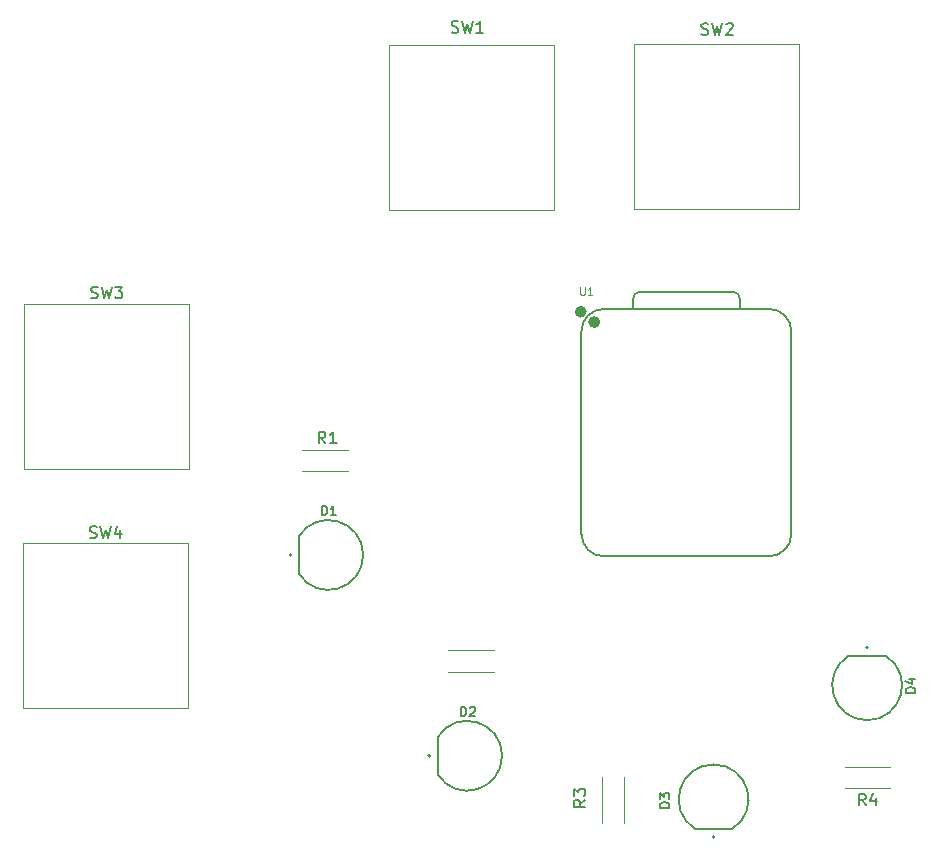
<source format=gbr>
%TF.GenerationSoftware,KiCad,Pcbnew,9.0.3*%
%TF.CreationDate,2025-07-30T12:58:10-07:00*%
%TF.ProjectId,apollo_pcb,61706f6c-6c6f-45f7-9063-622e6b696361,rev?*%
%TF.SameCoordinates,Original*%
%TF.FileFunction,Legend,Top*%
%TF.FilePolarity,Positive*%
%FSLAX46Y46*%
G04 Gerber Fmt 4.6, Leading zero omitted, Abs format (unit mm)*
G04 Created by KiCad (PCBNEW 9.0.3) date 2025-07-30 12:58:10*
%MOMM*%
%LPD*%
G01*
G04 APERTURE LIST*
%ADD10C,0.150000*%
%ADD11C,0.101600*%
%ADD12C,0.120000*%
%ADD13C,0.127000*%
%ADD14C,0.200000*%
%ADD15C,0.100000*%
%ADD16C,0.504000*%
G04 APERTURE END LIST*
D10*
X87486667Y-126033200D02*
X87629524Y-126080819D01*
X87629524Y-126080819D02*
X87867619Y-126080819D01*
X87867619Y-126080819D02*
X87962857Y-126033200D01*
X87962857Y-126033200D02*
X88010476Y-125985580D01*
X88010476Y-125985580D02*
X88058095Y-125890342D01*
X88058095Y-125890342D02*
X88058095Y-125795104D01*
X88058095Y-125795104D02*
X88010476Y-125699866D01*
X88010476Y-125699866D02*
X87962857Y-125652247D01*
X87962857Y-125652247D02*
X87867619Y-125604628D01*
X87867619Y-125604628D02*
X87677143Y-125557009D01*
X87677143Y-125557009D02*
X87581905Y-125509390D01*
X87581905Y-125509390D02*
X87534286Y-125461771D01*
X87534286Y-125461771D02*
X87486667Y-125366533D01*
X87486667Y-125366533D02*
X87486667Y-125271295D01*
X87486667Y-125271295D02*
X87534286Y-125176057D01*
X87534286Y-125176057D02*
X87581905Y-125128438D01*
X87581905Y-125128438D02*
X87677143Y-125080819D01*
X87677143Y-125080819D02*
X87915238Y-125080819D01*
X87915238Y-125080819D02*
X88058095Y-125128438D01*
X88391429Y-125080819D02*
X88629524Y-126080819D01*
X88629524Y-126080819D02*
X88820000Y-125366533D01*
X88820000Y-125366533D02*
X89010476Y-126080819D01*
X89010476Y-126080819D02*
X89248572Y-125080819D01*
X89534286Y-125080819D02*
X90153333Y-125080819D01*
X90153333Y-125080819D02*
X89820000Y-125461771D01*
X89820000Y-125461771D02*
X89962857Y-125461771D01*
X89962857Y-125461771D02*
X90058095Y-125509390D01*
X90058095Y-125509390D02*
X90105714Y-125557009D01*
X90105714Y-125557009D02*
X90153333Y-125652247D01*
X90153333Y-125652247D02*
X90153333Y-125890342D01*
X90153333Y-125890342D02*
X90105714Y-125985580D01*
X90105714Y-125985580D02*
X90058095Y-126033200D01*
X90058095Y-126033200D02*
X89962857Y-126080819D01*
X89962857Y-126080819D02*
X89677143Y-126080819D01*
X89677143Y-126080819D02*
X89581905Y-126033200D01*
X89581905Y-126033200D02*
X89534286Y-125985580D01*
X129354819Y-168526666D02*
X128878628Y-168859999D01*
X129354819Y-169098094D02*
X128354819Y-169098094D01*
X128354819Y-169098094D02*
X128354819Y-168717142D01*
X128354819Y-168717142D02*
X128402438Y-168621904D01*
X128402438Y-168621904D02*
X128450057Y-168574285D01*
X128450057Y-168574285D02*
X128545295Y-168526666D01*
X128545295Y-168526666D02*
X128688152Y-168526666D01*
X128688152Y-168526666D02*
X128783390Y-168574285D01*
X128783390Y-168574285D02*
X128831009Y-168621904D01*
X128831009Y-168621904D02*
X128878628Y-168717142D01*
X128878628Y-168717142D02*
X128878628Y-169098094D01*
X128354819Y-168193332D02*
X128354819Y-167574285D01*
X128354819Y-167574285D02*
X128735771Y-167907618D01*
X128735771Y-167907618D02*
X128735771Y-167764761D01*
X128735771Y-167764761D02*
X128783390Y-167669523D01*
X128783390Y-167669523D02*
X128831009Y-167621904D01*
X128831009Y-167621904D02*
X128926247Y-167574285D01*
X128926247Y-167574285D02*
X129164342Y-167574285D01*
X129164342Y-167574285D02*
X129259580Y-167621904D01*
X129259580Y-167621904D02*
X129307200Y-167669523D01*
X129307200Y-167669523D02*
X129354819Y-167764761D01*
X129354819Y-167764761D02*
X129354819Y-168050475D01*
X129354819Y-168050475D02*
X129307200Y-168145713D01*
X129307200Y-168145713D02*
X129259580Y-168193332D01*
X157270295Y-159460475D02*
X156470295Y-159460475D01*
X156470295Y-159460475D02*
X156470295Y-159269999D01*
X156470295Y-159269999D02*
X156508390Y-159155713D01*
X156508390Y-159155713D02*
X156584580Y-159079523D01*
X156584580Y-159079523D02*
X156660771Y-159041428D01*
X156660771Y-159041428D02*
X156813152Y-159003332D01*
X156813152Y-159003332D02*
X156927438Y-159003332D01*
X156927438Y-159003332D02*
X157079819Y-159041428D01*
X157079819Y-159041428D02*
X157156009Y-159079523D01*
X157156009Y-159079523D02*
X157232200Y-159155713D01*
X157232200Y-159155713D02*
X157270295Y-159269999D01*
X157270295Y-159269999D02*
X157270295Y-159460475D01*
X156736961Y-158317618D02*
X157270295Y-158317618D01*
X156432200Y-158508094D02*
X157003628Y-158698571D01*
X157003628Y-158698571D02*
X157003628Y-158203332D01*
X107333333Y-138354819D02*
X107000000Y-137878628D01*
X106761905Y-138354819D02*
X106761905Y-137354819D01*
X106761905Y-137354819D02*
X107142857Y-137354819D01*
X107142857Y-137354819D02*
X107238095Y-137402438D01*
X107238095Y-137402438D02*
X107285714Y-137450057D01*
X107285714Y-137450057D02*
X107333333Y-137545295D01*
X107333333Y-137545295D02*
X107333333Y-137688152D01*
X107333333Y-137688152D02*
X107285714Y-137783390D01*
X107285714Y-137783390D02*
X107238095Y-137831009D01*
X107238095Y-137831009D02*
X107142857Y-137878628D01*
X107142857Y-137878628D02*
X106761905Y-137878628D01*
X108285714Y-138354819D02*
X107714286Y-138354819D01*
X108000000Y-138354819D02*
X108000000Y-137354819D01*
X108000000Y-137354819D02*
X107904762Y-137497676D01*
X107904762Y-137497676D02*
X107809524Y-137592914D01*
X107809524Y-137592914D02*
X107714286Y-137640533D01*
X118026667Y-103527200D02*
X118169524Y-103574819D01*
X118169524Y-103574819D02*
X118407619Y-103574819D01*
X118407619Y-103574819D02*
X118502857Y-103527200D01*
X118502857Y-103527200D02*
X118550476Y-103479580D01*
X118550476Y-103479580D02*
X118598095Y-103384342D01*
X118598095Y-103384342D02*
X118598095Y-103289104D01*
X118598095Y-103289104D02*
X118550476Y-103193866D01*
X118550476Y-103193866D02*
X118502857Y-103146247D01*
X118502857Y-103146247D02*
X118407619Y-103098628D01*
X118407619Y-103098628D02*
X118217143Y-103051009D01*
X118217143Y-103051009D02*
X118121905Y-103003390D01*
X118121905Y-103003390D02*
X118074286Y-102955771D01*
X118074286Y-102955771D02*
X118026667Y-102860533D01*
X118026667Y-102860533D02*
X118026667Y-102765295D01*
X118026667Y-102765295D02*
X118074286Y-102670057D01*
X118074286Y-102670057D02*
X118121905Y-102622438D01*
X118121905Y-102622438D02*
X118217143Y-102574819D01*
X118217143Y-102574819D02*
X118455238Y-102574819D01*
X118455238Y-102574819D02*
X118598095Y-102622438D01*
X118931429Y-102574819D02*
X119169524Y-103574819D01*
X119169524Y-103574819D02*
X119360000Y-102860533D01*
X119360000Y-102860533D02*
X119550476Y-103574819D01*
X119550476Y-103574819D02*
X119788572Y-102574819D01*
X120693333Y-103574819D02*
X120121905Y-103574819D01*
X120407619Y-103574819D02*
X120407619Y-102574819D01*
X120407619Y-102574819D02*
X120312381Y-102717676D01*
X120312381Y-102717676D02*
X120217143Y-102812914D01*
X120217143Y-102812914D02*
X120121905Y-102860533D01*
X87386667Y-146333200D02*
X87529524Y-146380819D01*
X87529524Y-146380819D02*
X87767619Y-146380819D01*
X87767619Y-146380819D02*
X87862857Y-146333200D01*
X87862857Y-146333200D02*
X87910476Y-146285580D01*
X87910476Y-146285580D02*
X87958095Y-146190342D01*
X87958095Y-146190342D02*
X87958095Y-146095104D01*
X87958095Y-146095104D02*
X87910476Y-145999866D01*
X87910476Y-145999866D02*
X87862857Y-145952247D01*
X87862857Y-145952247D02*
X87767619Y-145904628D01*
X87767619Y-145904628D02*
X87577143Y-145857009D01*
X87577143Y-145857009D02*
X87481905Y-145809390D01*
X87481905Y-145809390D02*
X87434286Y-145761771D01*
X87434286Y-145761771D02*
X87386667Y-145666533D01*
X87386667Y-145666533D02*
X87386667Y-145571295D01*
X87386667Y-145571295D02*
X87434286Y-145476057D01*
X87434286Y-145476057D02*
X87481905Y-145428438D01*
X87481905Y-145428438D02*
X87577143Y-145380819D01*
X87577143Y-145380819D02*
X87815238Y-145380819D01*
X87815238Y-145380819D02*
X87958095Y-145428438D01*
X88291429Y-145380819D02*
X88529524Y-146380819D01*
X88529524Y-146380819D02*
X88720000Y-145666533D01*
X88720000Y-145666533D02*
X88910476Y-146380819D01*
X88910476Y-146380819D02*
X89148572Y-145380819D01*
X89958095Y-145714152D02*
X89958095Y-146380819D01*
X89720000Y-145333200D02*
X89481905Y-146047485D01*
X89481905Y-146047485D02*
X90100952Y-146047485D01*
X136462295Y-169210475D02*
X135662295Y-169210475D01*
X135662295Y-169210475D02*
X135662295Y-169019999D01*
X135662295Y-169019999D02*
X135700390Y-168905713D01*
X135700390Y-168905713D02*
X135776580Y-168829523D01*
X135776580Y-168829523D02*
X135852771Y-168791428D01*
X135852771Y-168791428D02*
X136005152Y-168753332D01*
X136005152Y-168753332D02*
X136119438Y-168753332D01*
X136119438Y-168753332D02*
X136271819Y-168791428D01*
X136271819Y-168791428D02*
X136348009Y-168829523D01*
X136348009Y-168829523D02*
X136424200Y-168905713D01*
X136424200Y-168905713D02*
X136462295Y-169019999D01*
X136462295Y-169019999D02*
X136462295Y-169210475D01*
X135662295Y-168486666D02*
X135662295Y-167991428D01*
X135662295Y-167991428D02*
X135967057Y-168258094D01*
X135967057Y-168258094D02*
X135967057Y-168143809D01*
X135967057Y-168143809D02*
X136005152Y-168067618D01*
X136005152Y-168067618D02*
X136043247Y-168029523D01*
X136043247Y-168029523D02*
X136119438Y-167991428D01*
X136119438Y-167991428D02*
X136309914Y-167991428D01*
X136309914Y-167991428D02*
X136386104Y-168029523D01*
X136386104Y-168029523D02*
X136424200Y-168067618D01*
X136424200Y-168067618D02*
X136462295Y-168143809D01*
X136462295Y-168143809D02*
X136462295Y-168372380D01*
X136462295Y-168372380D02*
X136424200Y-168448571D01*
X136424200Y-168448571D02*
X136386104Y-168486666D01*
X139166667Y-103707200D02*
X139309524Y-103754819D01*
X139309524Y-103754819D02*
X139547619Y-103754819D01*
X139547619Y-103754819D02*
X139642857Y-103707200D01*
X139642857Y-103707200D02*
X139690476Y-103659580D01*
X139690476Y-103659580D02*
X139738095Y-103564342D01*
X139738095Y-103564342D02*
X139738095Y-103469104D01*
X139738095Y-103469104D02*
X139690476Y-103373866D01*
X139690476Y-103373866D02*
X139642857Y-103326247D01*
X139642857Y-103326247D02*
X139547619Y-103278628D01*
X139547619Y-103278628D02*
X139357143Y-103231009D01*
X139357143Y-103231009D02*
X139261905Y-103183390D01*
X139261905Y-103183390D02*
X139214286Y-103135771D01*
X139214286Y-103135771D02*
X139166667Y-103040533D01*
X139166667Y-103040533D02*
X139166667Y-102945295D01*
X139166667Y-102945295D02*
X139214286Y-102850057D01*
X139214286Y-102850057D02*
X139261905Y-102802438D01*
X139261905Y-102802438D02*
X139357143Y-102754819D01*
X139357143Y-102754819D02*
X139595238Y-102754819D01*
X139595238Y-102754819D02*
X139738095Y-102802438D01*
X140071429Y-102754819D02*
X140309524Y-103754819D01*
X140309524Y-103754819D02*
X140500000Y-103040533D01*
X140500000Y-103040533D02*
X140690476Y-103754819D01*
X140690476Y-103754819D02*
X140928572Y-102754819D01*
X141261905Y-102850057D02*
X141309524Y-102802438D01*
X141309524Y-102802438D02*
X141404762Y-102754819D01*
X141404762Y-102754819D02*
X141642857Y-102754819D01*
X141642857Y-102754819D02*
X141738095Y-102802438D01*
X141738095Y-102802438D02*
X141785714Y-102850057D01*
X141785714Y-102850057D02*
X141833333Y-102945295D01*
X141833333Y-102945295D02*
X141833333Y-103040533D01*
X141833333Y-103040533D02*
X141785714Y-103183390D01*
X141785714Y-103183390D02*
X141214286Y-103754819D01*
X141214286Y-103754819D02*
X141833333Y-103754819D01*
X153073333Y-169004819D02*
X152740000Y-168528628D01*
X152501905Y-169004819D02*
X152501905Y-168004819D01*
X152501905Y-168004819D02*
X152882857Y-168004819D01*
X152882857Y-168004819D02*
X152978095Y-168052438D01*
X152978095Y-168052438D02*
X153025714Y-168100057D01*
X153025714Y-168100057D02*
X153073333Y-168195295D01*
X153073333Y-168195295D02*
X153073333Y-168338152D01*
X153073333Y-168338152D02*
X153025714Y-168433390D01*
X153025714Y-168433390D02*
X152978095Y-168481009D01*
X152978095Y-168481009D02*
X152882857Y-168528628D01*
X152882857Y-168528628D02*
X152501905Y-168528628D01*
X153930476Y-168338152D02*
X153930476Y-169004819D01*
X153692381Y-167957200D02*
X153454286Y-168671485D01*
X153454286Y-168671485D02*
X154073333Y-168671485D01*
D11*
X128916190Y-125153479D02*
X128916190Y-125667526D01*
X128916190Y-125667526D02*
X128946428Y-125728002D01*
X128946428Y-125728002D02*
X128976666Y-125758241D01*
X128976666Y-125758241D02*
X129037142Y-125788479D01*
X129037142Y-125788479D02*
X129158095Y-125788479D01*
X129158095Y-125788479D02*
X129218571Y-125758241D01*
X129218571Y-125758241D02*
X129248809Y-125728002D01*
X129248809Y-125728002D02*
X129279047Y-125667526D01*
X129279047Y-125667526D02*
X129279047Y-125153479D01*
X129914047Y-125788479D02*
X129551190Y-125788479D01*
X129732618Y-125788479D02*
X129732618Y-125153479D01*
X129732618Y-125153479D02*
X129672142Y-125244193D01*
X129672142Y-125244193D02*
X129611666Y-125304669D01*
X129611666Y-125304669D02*
X129551190Y-125334907D01*
D10*
X107019524Y-144454295D02*
X107019524Y-143654295D01*
X107019524Y-143654295D02*
X107210000Y-143654295D01*
X107210000Y-143654295D02*
X107324286Y-143692390D01*
X107324286Y-143692390D02*
X107400476Y-143768580D01*
X107400476Y-143768580D02*
X107438571Y-143844771D01*
X107438571Y-143844771D02*
X107476667Y-143997152D01*
X107476667Y-143997152D02*
X107476667Y-144111438D01*
X107476667Y-144111438D02*
X107438571Y-144263819D01*
X107438571Y-144263819D02*
X107400476Y-144340009D01*
X107400476Y-144340009D02*
X107324286Y-144416200D01*
X107324286Y-144416200D02*
X107210000Y-144454295D01*
X107210000Y-144454295D02*
X107019524Y-144454295D01*
X108238571Y-144454295D02*
X107781428Y-144454295D01*
X108010000Y-144454295D02*
X108010000Y-143654295D01*
X108010000Y-143654295D02*
X107933809Y-143768580D01*
X107933809Y-143768580D02*
X107857619Y-143844771D01*
X107857619Y-143844771D02*
X107781428Y-143882866D01*
X118779524Y-161454295D02*
X118779524Y-160654295D01*
X118779524Y-160654295D02*
X118970000Y-160654295D01*
X118970000Y-160654295D02*
X119084286Y-160692390D01*
X119084286Y-160692390D02*
X119160476Y-160768580D01*
X119160476Y-160768580D02*
X119198571Y-160844771D01*
X119198571Y-160844771D02*
X119236667Y-160997152D01*
X119236667Y-160997152D02*
X119236667Y-161111438D01*
X119236667Y-161111438D02*
X119198571Y-161263819D01*
X119198571Y-161263819D02*
X119160476Y-161340009D01*
X119160476Y-161340009D02*
X119084286Y-161416200D01*
X119084286Y-161416200D02*
X118970000Y-161454295D01*
X118970000Y-161454295D02*
X118779524Y-161454295D01*
X119541428Y-160730485D02*
X119579524Y-160692390D01*
X119579524Y-160692390D02*
X119655714Y-160654295D01*
X119655714Y-160654295D02*
X119846190Y-160654295D01*
X119846190Y-160654295D02*
X119922381Y-160692390D01*
X119922381Y-160692390D02*
X119960476Y-160730485D01*
X119960476Y-160730485D02*
X119998571Y-160806676D01*
X119998571Y-160806676D02*
X119998571Y-160882866D01*
X119998571Y-160882866D02*
X119960476Y-160997152D01*
X119960476Y-160997152D02*
X119503333Y-161454295D01*
X119503333Y-161454295D02*
X119998571Y-161454295D01*
D12*
%TO.C,SW3*%
X81835000Y-126515000D02*
X95805000Y-126515000D01*
X81835000Y-140485000D02*
X81835000Y-126515000D01*
X95805000Y-126515000D02*
X95805000Y-140485000D01*
X95805000Y-140485000D02*
X81835000Y-140485000D01*
%TO.C,R3*%
X130780000Y-170480000D02*
X130780000Y-166640000D01*
X132620000Y-170480000D02*
X132620000Y-166640000D01*
D13*
%TO.C,D4*%
X154766000Y-156330000D02*
X151634000Y-156330000D01*
X154766000Y-156330000D02*
G75*
G02*
X151634000Y-156330000I-1566000J-2506124D01*
G01*
D14*
X153300000Y-155630000D02*
G75*
G02*
X153100000Y-155630000I-100000J0D01*
G01*
X153100000Y-155630000D02*
G75*
G02*
X153300000Y-155630000I100000J0D01*
G01*
D12*
%TO.C,R1*%
X105380000Y-138880000D02*
X109220000Y-138880000D01*
X105380000Y-140720000D02*
X109220000Y-140720000D01*
%TO.C,SW1*%
X112735000Y-104615000D02*
X126705000Y-104615000D01*
X112735000Y-118585000D02*
X112735000Y-104615000D01*
X126705000Y-104615000D02*
X126705000Y-118585000D01*
X126705000Y-118585000D02*
X112735000Y-118585000D01*
%TO.C,SW4*%
X81735000Y-146815000D02*
X95705000Y-146815000D01*
X81735000Y-160785000D02*
X81735000Y-146815000D01*
X95705000Y-146815000D02*
X95705000Y-160785000D01*
X95705000Y-160785000D02*
X81735000Y-160785000D01*
D13*
%TO.C,D3*%
X138634000Y-170990000D02*
X141766000Y-170990000D01*
X138634000Y-170990000D02*
G75*
G02*
X141766000Y-170990000I1566000J2506124D01*
G01*
D14*
X140300000Y-171690000D02*
G75*
G02*
X140100000Y-171690000I-100000J0D01*
G01*
X140100000Y-171690000D02*
G75*
G02*
X140300000Y-171690000I100000J0D01*
G01*
D12*
%TO.C,R2*%
X117740000Y-155880000D02*
X121580000Y-155880000D01*
X117740000Y-157720000D02*
X121580000Y-157720000D01*
%TO.C,SW2*%
X133435000Y-104515000D02*
X147405000Y-104515000D01*
X133435000Y-118485000D02*
X133435000Y-104515000D01*
X147405000Y-104515000D02*
X147405000Y-118485000D01*
X147405000Y-118485000D02*
X133435000Y-118485000D01*
%TO.C,R4*%
X155160000Y-165710000D02*
X151320000Y-165710000D01*
X155160000Y-167550000D02*
X151320000Y-167550000D01*
D13*
%TO.C,U1*%
X129010000Y-146009000D02*
X129010000Y-128864000D01*
X130915000Y-147914000D02*
X144885000Y-147914000D01*
X133405000Y-126959000D02*
X133408728Y-126048728D01*
X133908728Y-125549000D02*
X141904000Y-125549000D01*
X142404000Y-126049000D02*
X142404000Y-126959000D01*
D15*
X144885000Y-126959000D02*
X130915000Y-126959000D01*
D13*
X144885000Y-126959000D02*
X130915000Y-126959000D01*
X146790000Y-146009000D02*
X146790000Y-128864000D01*
X129010000Y-128864000D02*
G75*
G02*
X130915000Y-126959000I1905001J-1D01*
G01*
X130915000Y-147914000D02*
G75*
G02*
X129010000Y-146009000I1J1905001D01*
G01*
X133408728Y-126048728D02*
G75*
G02*
X133908728Y-125549001I500018J-291D01*
G01*
X141904000Y-125549000D02*
G75*
G02*
X142404000Y-126049000I0J-500000D01*
G01*
X144885000Y-126959000D02*
G75*
G02*
X146790000Y-128864000I0J-1905000D01*
G01*
X146790000Y-146009000D02*
G75*
G02*
X144885000Y-147914000I-1905000J0D01*
G01*
D16*
X129202000Y-127200000D02*
G75*
G02*
X128698000Y-127200000I-252000J0D01*
G01*
X128698000Y-127200000D02*
G75*
G02*
X129202000Y-127200000I252000J0D01*
G01*
X130345000Y-128080000D02*
G75*
G02*
X129841000Y-128080000I-252000J0D01*
G01*
X129841000Y-128080000D02*
G75*
G02*
X130345000Y-128080000I252000J0D01*
G01*
D13*
%TO.C,D1*%
X105070000Y-146234000D02*
X105070000Y-149366000D01*
X105070000Y-146234000D02*
G75*
G02*
X105070000Y-149366000I2506124J-1566000D01*
G01*
D14*
X104470000Y-147800000D02*
G75*
G02*
X104270000Y-147800000I-100000J0D01*
G01*
X104270000Y-147800000D02*
G75*
G02*
X104470000Y-147800000I100000J0D01*
G01*
D13*
%TO.C,D2*%
X116830000Y-163234000D02*
X116830000Y-166366000D01*
X116830000Y-163234000D02*
G75*
G02*
X116830000Y-166366000I2506124J-1566000D01*
G01*
D14*
X116230000Y-164800000D02*
G75*
G02*
X116030000Y-164800000I-100000J0D01*
G01*
X116030000Y-164800000D02*
G75*
G02*
X116230000Y-164800000I100000J0D01*
G01*
%TD*%
M02*

</source>
